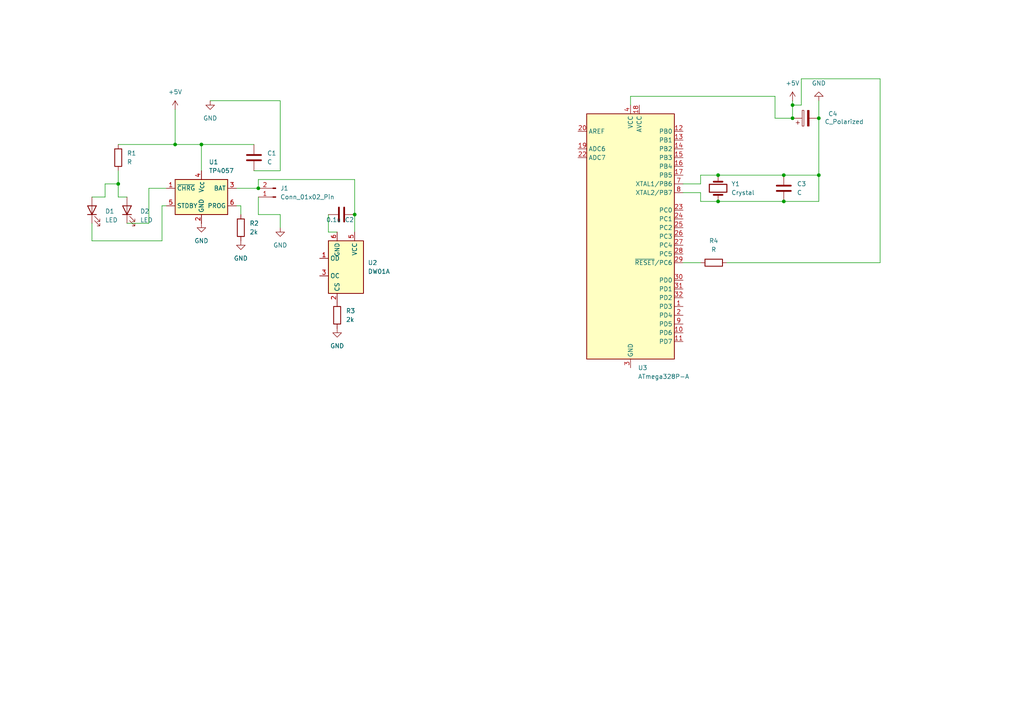
<source format=kicad_sch>
(kicad_sch (version 20241004) (generator "eeschema") (generator_version "8.99")
  (paper "A4")
  (lib_symbols
    (symbol "Battery_Management:DW01A"
      (property "Reference" "U" (at -6.604 6.35 0))
      (property "Value" "DW01A" (at 4.318 6.604 0))
      (symbol "DW01A_0_1"
        (pin power_in line (at -10.16 2.54 0) (length 2.54) (name "VCC") (number "5"))
        (pin power_in line (at -10.16 -2.54 0) (length 2.54) (name "GND") (number "6"))
        (pin output line (at -2.54 -7.62 90) (length 2.54) (name "OD") (number "1"))
        (pin output line (at 2.54 -7.62 90) (length 2.54) (name "OC") (number "3"))
        (pin input line (at 10.16 -2.54 180) (length 2.54) (name "CS") (number "2"))
      )
      (symbol "DW01A_1_1"
        (rectangle (start -7.62 5.08) (end 7.62 -5.08) (stroke (width 0.254)) (fill (type background)))
        (pin no_connect line (at 10.16 2.54 180) (length 2.54) (hide yes) (name "TD") (number "4"))
      )
    )
    (symbol "Battery_Management:TP4057"
      (property "Reference" "U" (at -6.35 6.604 0))
      (property "Value" "TP4057" (at 1.524 6.604 0))
      (symbol "TP4057_0_1"
        (rectangle (start -7.62 5.08) (end 7.62 -5.08) (stroke (width 0.254)) (fill (type background)))
      )
      (symbol "TP4057_1_1"
        (pin open_collector line (at -10.16 2.54 0) (length 2.54) (name "~{CHRG}") (number "1"))
        (pin open_collector line (at -10.16 -2.54 0) (length 2.54) (name "STDBY") (number "5"))
        (pin power_in line (at 0 7.62 270) (length 2.54) (name "V_{CC}") (number "4"))
        (pin power_in line (at 0 -7.62 90) (length 2.54) (name "GND") (number "2"))
        (pin power_out line (at 10.16 2.54 180) (length 2.54) (name "BAT") (number "3"))
        (pin passive line (at 10.16 -2.54 180) (length 2.54) (name "PROG") (number "6"))
      )
    )
    (symbol "Connector:Conn_01x02_Pin" (pin_names (offset 1.016) (hide yes))
      (property "Reference" "J" (at 0 2.54 0))
      (property "Value" "Conn_01x02_Pin" (at 0 -5.08 0))
      (symbol "Conn_01x02_Pin_1_1"
        (rectangle (start 0.8636 0.127) (end 0 -0.127) (stroke (width 0.1524)) (fill (type outline)))
        (rectangle (start 0.8636 -2.413) (end 0 -2.667) (stroke (width 0.1524)) (fill (type outline)))
        (polyline (pts (xy 1.27 0) (xy 0.8636 0)) (stroke (width 0.1524)))
        (polyline (pts (xy 1.27 -2.54) (xy 0.8636 -2.54)) (stroke (width 0.1524)))
        (pin passive line (at 5.08 0 180) (length 3.81) (name "Pin_1") (number "1"))
        (pin passive line (at 5.08 -2.54 180) (length 3.81) (name "Pin_2") (number "2"))
      )
    )
    (symbol "Device:C" (pin_numbers (hide yes)) (pin_names (offset 0.254))
      (property "Reference" "C" (at 0.635 2.54 0))
      (property "Value" "C" (at 0.635 -2.54 0))
      (symbol "C_0_1"
        (polyline (pts (xy -2.032 0.762) (xy 2.032 0.762)) (stroke (width 0.508)))
        (polyline (pts (xy -2.032 -0.762) (xy 2.032 -0.762)) (stroke (width 0.508)))
      )
      (symbol "C_1_1"
        (pin passive line (at 0 3.81 270) (length 2.794) (name "~") (number "1"))
        (pin passive line (at 0 -3.81 90) (length 2.794) (name "~") (number "2"))
      )
    )
    (symbol "Device:C_Polarized" (pin_numbers (hide yes)) (pin_names (offset 0.254))
      (property "Reference" "C" (at 0.635 2.54 0))
      (property "Value" "C_Polarized" (at 0.635 -2.54 0))
      (symbol "C_Polarized_0_1"
        (rectangle (start -2.286 0.508) (end 2.286 1.016))
        (polyline (pts (xy -1.778 2.286) (xy -0.762 2.286)))
        (polyline (pts (xy -1.27 2.794) (xy -1.27 1.778)))
        (rectangle (start 2.286 -0.508) (end -2.286 -1.016) (fill (type outline)))
      )
      (symbol "C_Polarized_1_1"
        (pin passive line (at 0 3.81 270) (length 2.794) (name "~") (number "1"))
        (pin passive line (at 0 -3.81 90) (length 2.794) (name "~") (number "2"))
      )
    )
    (symbol "Device:Crystal" (pin_numbers (hide yes)) (pin_names (offset 1.016) (hide yes))
      (property "Reference" "Y" (at 0 3.81 0))
      (property "Value" "Crystal" (at 0 -3.81 0))
      (symbol "Crystal_0_1"
        (polyline (pts (xy -2.54 0) (xy -1.905 0)))
        (polyline (pts (xy -1.905 -1.27) (xy -1.905 1.27)) (stroke (width 0.508)))
        (rectangle (start -1.143 2.54) (end 1.143 -2.54) (stroke (width 0.3048)))
        (polyline (pts (xy 1.905 -1.27) (xy 1.905 1.27)) (stroke (width 0.508)))
        (polyline (pts (xy 2.54 0) (xy 1.905 0)))
      )
      (symbol "Crystal_1_1"
        (pin passive line (at -3.81 0 0) (length 1.27) (name "1") (number "1"))
        (pin passive line (at 3.81 0 180) (length 1.27) (name "2") (number "2"))
      )
    )
    (symbol "Device:LED" (pin_numbers (hide yes)) (pin_names (offset 1.016) (hide yes))
      (property "Reference" "D" (at 0 2.54 0))
      (property "Value" "LED" (at 0 -2.54 0))
      (symbol "LED_0_1"
        (polyline (pts (xy -3.048 -0.762) (xy -4.572 -2.286) (xy -3.81 -2.286) (xy -4.572 -2.286) (xy -4.572 -1.524)))
        (polyline (pts (xy -1.778 -0.762) (xy -3.302 -2.286) (xy -2.54 -2.286) (xy -3.302 -2.286) (xy -3.302 -1.524)))
        (polyline (pts (xy -1.27 0) (xy 1.27 0)))
        (polyline (pts (xy -1.27 -1.27) (xy -1.27 1.27)) (stroke (width 0.254)))
        (polyline (pts (xy 1.27 -1.27) (xy 1.27 1.27) (xy -1.27 0) (xy 1.27 -1.27)) (stroke (width 0.254)))
      )
      (symbol "LED_1_1"
        (pin passive line (at -3.81 0 0) (length 2.54) (name "K") (number "1"))
        (pin passive line (at 3.81 0 180) (length 2.54) (name "A") (number "2"))
      )
    )
    (symbol "Device:R" (pin_numbers (hide yes)) (pin_names (offset 0))
      (property "Reference" "R" (at 2.032 0 90))
      (property "Value" "R" (at 0 0 90))
      (symbol "R_0_1"
        (rectangle (start -1.016 -2.54) (end 1.016 2.54) (stroke (width 0.254)))
      )
      (symbol "R_1_1"
        (pin passive line (at 0 3.81 270) (length 1.27) (name "~") (number "1"))
        (pin passive line (at 0 -3.81 90) (length 1.27) (name "~") (number "2"))
      )
    )
    (symbol "MCU_Microchip_ATmega:ATmega328P-A"
      (property "Reference" "U" (at -12.7 36.83 0))
      (property "Value" "ATmega328P-A" (at 2.54 -36.83 0))
      (symbol "ATmega328P-A_0_1"
        (rectangle (start -12.7 -35.56) (end 12.7 35.56) (stroke (width 0.254)) (fill (type background)))
      )
      (symbol "ATmega328P-A_1_1"
        (pin passive line (at -15.24 30.48 0) (length 2.54) (name "AREF") (number "20"))
        (pin input line (at -15.24 25.4 0) (length 2.54) (name "ADC6") (number "19"))
        (pin input line (at -15.24 22.86 0) (length 2.54) (name "ADC7") (number "22"))
        (pin power_in line (at 0 38.1 270) (length 2.54) (name "VCC") (number "4"))
        (pin passive line (at 0 38.1 270) (length 2.54) (hide yes) (name "VCC") (number "6"))
        (pin passive line (at 0 -38.1 90) (length 2.54) (hide yes) (name "GND") (number "21"))
        (pin power_in line (at 0 -38.1 90) (length 2.54) (name "GND") (number "3"))
        (pin passive line (at 0 -38.1 90) (length 2.54) (hide yes) (name "GND") (number "5"))
        (pin power_in line (at 2.54 38.1 270) (length 2.54) (name "AVCC") (number "18"))
        (pin bidirectional line (at 15.24 30.48 180) (length 2.54) (name "PB0") (number "12"))
        (pin bidirectional line (at 15.24 27.94 180) (length 2.54) (name "PB1") (number "13"))
        (pin bidirectional line (at 15.24 25.4 180) (length 2.54) (name "PB2") (number "14"))
        (pin bidirectional line (at 15.24 22.86 180) (length 2.54) (name "PB3") (number "15"))
        (pin bidirectional line (at 15.24 20.32 180) (length 2.54) (name "PB4") (number "16"))
        (pin bidirectional line (at 15.24 17.78 180) (length 2.54) (name "PB5") (number "17"))
        (pin bidirectional line (at 15.24 15.24 180) (length 2.54) (name "XTAL1/PB6") (number "7"))
        (pin bidirectional line (at 15.24 12.7 180) (length 2.54) (name "XTAL2/PB7") (number "8"))
        (pin bidirectional line (at 15.24 7.62 180) (length 2.54) (name "PC0") (number "23"))
        (pin bidirectional line (at 15.24 5.08 180) (length 2.54) (name "PC1") (number "24"))
        (pin bidirectional line (at 15.24 2.54 180) (length 2.54) (name "PC2") (number "25"))
        (pin bidirectional line (at 15.24 0 180) (length 2.54) (name "PC3") (number "26"))
        (pin bidirectional line (at 15.24 -2.54 180) (length 2.54) (name "PC4") (number "27"))
        (pin bidirectional line (at 15.24 -5.08 180) (length 2.54) (name "PC5") (number "28"))
        (pin bidirectional line (at 15.24 -7.62 180) (length 2.54) (name "~{RESET}/PC6") (number "29"))
        (pin bidirectional line (at 15.24 -12.7 180) (length 2.54) (name "PD0") (number "30"))
        (pin bidirectional line (at 15.24 -15.24 180) (length 2.54) (name "PD1") (number "31"))
        (pin bidirectional line (at 15.24 -17.78 180) (length 2.54) (name "PD2") (number "32"))
        (pin bidirectional line (at 15.24 -20.32 180) (length 2.54) (name "PD3") (number "1"))
        (pin bidirectional line (at 15.24 -22.86 180) (length 2.54) (name "PD4") (number "2"))
        (pin bidirectional line (at 15.24 -25.4 180) (length 2.54) (name "PD5") (number "9"))
        (pin bidirectional line (at 15.24 -27.94 180) (length 2.54) (name "PD6") (number "10"))
        (pin bidirectional line (at 15.24 -30.48 180) (length 2.54) (name "PD7") (number "11"))
      )
    )
    (symbol "power:+5V" (power) (pin_numbers (hide yes)) (pin_names (offset 0) (hide yes))
      (property "Value" "+5V" (at 0 3.556 0))
      (symbol "+5V_0_1"
        (polyline (pts (xy -0.762 1.27) (xy 0 2.54)))
        (polyline (pts (xy 0 2.54) (xy 0.762 1.27)))
        (polyline (pts (xy 0 0) (xy 0 2.54)))
      )
      (symbol "+5V_1_1"
        (pin power_in line (at 0 0 90) (length 0) (name "~") (number "1"))
      )
    )
    (symbol "power:GND" (power) (pin_numbers (hide yes)) (pin_names (offset 0) (hide yes))
      (property "Value" "GND" (at 0 -3.81 0))
      (symbol "GND_0_1"
        (polyline (pts (xy 0 0) (xy 0 -1.27) (xy 1.27 -1.27) (xy 0 -2.54) (xy -1.27 -1.27) (xy 0 -1.27)))
      )
      (symbol "GND_1_1"
        (pin power_in line (at 0 0 270) (length 0) (name "~") (number "1"))
      )
    )
  )
  (junction (at 102.87 62.23))
  (junction (at 227.33 50.8))
  (junction (at 237.49 34.29))
  (junction (at 208.28 50.8))
  (junction (at 34.29 53.34))
  (junction (at 74.93 54.61))
  (junction (at 208.28 58.42))
  (junction (at 227.33 58.42))
  (junction (at 58.42 41.91))
  (junction (at 229.87 30.48))
  (junction (at 229.87 34.29))
  (junction (at 237.49 50.8))
  (junction (at 50.8 41.91))
  (wire (pts (xy 229.87 29.21) (xy 229.87 30.48)))
  (wire (pts (xy 182.88 27.94) (xy 182.88 30.48)))
  (wire (pts (xy 232.41 30.48) (xy 232.41 22.86)))
  (wire (pts (xy 198.12 53.34) (xy 203.2 53.34)))
  (wire (pts (xy 43.18 54.61) (xy 48.26 54.61)))
  (wire (pts (xy 203.2 53.34) (xy 203.2 50.8)))
  (wire (pts (xy 34.29 49.53) (xy 34.29 53.34)))
  (wire (pts (xy 30.48 57.15) (xy 30.48 53.34)))
  (wire (pts (xy 203.2 50.8) (xy 208.28 50.8)))
  (wire (pts (xy 34.29 57.15) (xy 36.83 57.15)))
  (wire (pts (xy 102.87 62.23) (xy 102.87 67.31)))
  (wire (pts (xy 255.27 76.2) (xy 210.82 76.2)))
  (wire (pts (xy 68.58 54.61) (xy 74.93 54.61)))
  (wire (pts (xy 237.49 34.29) (xy 237.49 50.8)))
  (wire (pts (xy 73.66 49.53) (xy 81.28 49.53)))
  (wire (pts (xy 69.85 59.69) (xy 69.85 62.23)))
  (wire (pts (xy 50.8 41.91) (xy 58.42 41.91)))
  (wire (pts (xy 74.93 52.07) (xy 74.93 54.61)))
  (wire (pts (xy 229.87 34.29) (xy 224.79 34.29)))
  (wire (pts (xy 232.41 22.86) (xy 255.27 22.86)))
  (wire (pts (xy 81.28 62.23) (xy 81.28 66.04)))
  (wire (pts (xy 74.93 62.23) (xy 81.28 62.23)))
  (wire (pts (xy 58.42 41.91) (xy 58.42 49.53)))
  (wire (pts (xy 229.87 30.48) (xy 232.41 30.48)))
  (wire (pts (xy 198.12 55.88) (xy 203.2 55.88)))
  (wire (pts (xy 255.27 22.86) (xy 255.27 76.2)))
  (wire (pts (xy 74.93 57.15) (xy 74.93 62.23)))
  (wire (pts (xy 208.28 58.42) (xy 227.33 58.42)))
  (wire (pts (xy 237.49 58.42) (xy 237.49 50.8)))
  (wire (pts (xy 36.83 64.77) (xy 43.18 64.77)))
  (wire (pts (xy 26.67 64.77) (xy 26.67 69.85)))
  (wire (pts (xy 30.48 53.34) (xy 34.29 53.34)))
  (wire (pts (xy 46.99 69.85) (xy 46.99 59.69)))
  (wire (pts (xy 26.67 57.15) (xy 30.48 57.15)))
  (wire (pts (xy 50.8 31.75) (xy 50.8 41.91)))
  (wire (pts (xy 198.12 76.2) (xy 203.2 76.2)))
  (wire (pts (xy 68.58 59.69) (xy 69.85 59.69)))
  (wire (pts (xy 58.42 41.91) (xy 73.66 41.91)))
  (wire (pts (xy 46.99 59.69) (xy 48.26 59.69)))
  (wire (pts (xy 26.67 69.85) (xy 46.99 69.85)))
  (wire (pts (xy 34.29 41.91) (xy 50.8 41.91)))
  (wire (pts (xy 95.25 67.31) (xy 97.79 67.31)))
  (wire (pts (xy 203.2 55.88) (xy 203.2 58.42)))
  (wire (pts (xy 81.28 49.53) (xy 81.28 29.21)))
  (wire (pts (xy 229.87 30.48) (xy 229.87 34.29)))
  (wire (pts (xy 237.49 29.21) (xy 237.49 34.29)))
  (wire (pts (xy 224.79 27.94) (xy 182.88 27.94)))
  (wire (pts (xy 34.29 53.34) (xy 34.29 57.15)))
  (wire (pts (xy 102.87 52.07) (xy 102.87 62.23)))
  (wire (pts (xy 81.28 29.21) (xy 60.96 29.21)))
  (wire (pts (xy 237.49 50.8) (xy 227.33 50.8)))
  (wire (pts (xy 227.33 58.42) (xy 237.49 58.42)))
  (wire (pts (xy 224.79 34.29) (xy 224.79 27.94)))
  (wire (pts (xy 43.18 64.77) (xy 43.18 54.61)))
  (wire (pts (xy 203.2 58.42) (xy 208.28 58.42)))
  (wire (pts (xy 95.25 62.23) (xy 95.25 67.31)))
  (wire (pts (xy 102.87 52.07) (xy 74.93 52.07)))
  (wire (pts (xy 208.28 50.8) (xy 227.33 50.8)))
  (symbol (lib_id "power:GND") (at 237.49 29.21 180) (unit 1)
    (property "Reference" "#PWR08" (effects (hide yes)))
    (property "Value" "GND" (at 237.49 24.13 0))
    (property "Description" "Power symbol creates a global label with name \"GND\" , ground" (effects (hide yes)))
  )
  (symbol (lib_id "Device:C") (at 227.33 54.61 0) (unit 1)
    (property "Reference" "C3" (at 231.14 53.3399 0) (effects (justify left)))
    (property "Value" "C" (at 231.14 55.8799 0) (effects (justify left)))
    (property "Description" "Unpolarized capacitor" (effects (hide yes)))
  )
  (symbol (lib_id "Device:R") (at 34.29 45.72 0) (unit 1)
    (property "Reference" "R1" (at 36.83 44.4499 0) (effects (justify left)))
    (property "Value" "R" (at 36.83 46.9899 0) (effects (justify left)))
    (property "Description" "Resistor" (effects (hide yes)))
  )
  (symbol (lib_id "Battery_Management:TP4057") (at 58.42 57.15 0) (unit 1)
    (property "Reference" "U1" (at 60.5633 46.99 0) (effects (justify left)))
    (property "Value" "TP4057" (at 60.5633 49.53 0) (effects (justify left)))
    (property "Footprint" "Package_TO_SOT_SMD:TSOT-23-6" (effects (hide yes)))
    (property "Datasheet" "http://toppwr.com/uploadfile/file/20230304/640302a47b738.pdf" (effects (hide yes)))
    (property "Description" "Constant-current/constant-voltage linear charger for single cell lithium-ion batteries with 2.9V Trickle Charge, 4.5V to 6.5V VDD, -40 to +85 degree Celsius, TSOT-23-6" (effects (hide yes)))
  )
  (symbol (lib_id "power:GND") (at 81.28 66.04 0) (unit 1)
    (property "Reference" "#PWR05" (effects (hide yes)))
    (property "Value" "GND" (at 81.28 71.12 0))
    (property "Description" "Power symbol creates a global label with name \"GND\" , ground" (effects (hide yes)))
  )
  (symbol (lib_id "power:+5V") (at 50.8 31.75 0) (unit 1)
    (property "Reference" "#PWR01" (effects (hide yes)))
    (property "Value" "+5V" (at 50.8 26.67 0))
    (property "Description" "Power symbol creates a global label with name \"+5V\"" (effects (hide yes)))
  )
  (symbol (lib_id "Device:C_Polarized") (at 233.68 34.29 90) (unit 1)
    (property "Reference" "C4" (at 241.554 33.02 90))
    (property "Value" "C_Polarized" (at 244.856 35.306 90))
    (property "Description" "Polarized capacitor" (effects (hide yes)))
  )
  (symbol (lib_id "Device:R") (at 69.85 66.04 0) (unit 1)
    (property "Reference" "R2" (at 72.39 64.7699 0) (effects (justify left)))
    (property "Value" "2k" (at 72.39 67.3099 0) (effects (justify left)))
    (property "Description" "Resistor" (effects (hide yes)))
  )
  (symbol (lib_id "power:GND") (at 69.85 69.85 0) (unit 1)
    (property "Reference" "#PWR04" (effects (hide yes)))
    (property "Value" "GND" (at 69.85 74.93 0))
    (property "Description" "Power symbol creates a global label with name \"GND\" , ground" (effects (hide yes)))
  )
  (symbol (lib_id "Device:C") (at 73.66 45.72 0) (unit 1)
    (property "Reference" "C1" (at 77.47 44.4499 0) (effects (justify left)))
    (property "Value" "C" (at 77.47 46.9899 0) (effects (justify left)))
    (property "Description" "Unpolarized capacitor" (effects (hide yes)))
  )
  (symbol (lib_id "MCU_Microchip_ATmega:ATmega328P-A") (at 182.88 68.58 0) (unit 1)
    (property "Reference" "U3" (at 185.0233 106.68 0) (effects (justify left)))
    (property "Value" "ATmega328P-A" (at 185.0233 109.22 0) (effects (justify left)))
    (property "Footprint" "Package_QFP:TQFP-32_7x7mm_P0.8mm" (effects (hide yes)))
    (property "Datasheet" "http://ww1.microchip.com/downloads/en/DeviceDoc/ATmega328_P%20AVR%20MCU%20with%20picoPower%20Technology%20Data%20Sheet%2040001984A.pdf" (effects (hide yes)))
    (property "Description" "20MHz, 32kB Flash, 2kB SRAM, 1kB EEPROM, TQFP-32" (effects (hide yes)))
  )
  (symbol (lib_id "Connector:Conn_01x02_Pin") (at 80.01 57.15 180) (unit 1)
    (property "Reference" "J1" (at 81.28 54.6099 0) (effects (justify right)))
    (property "Value" "Conn_01x02_Pin" (at 81.28 57.1499 0) (effects (justify right)))
    (property "Description" "Generic connector, single row, 01x02, script generated" (effects (hide yes)))
  )
  (symbol (lib_id "power:GND") (at 58.42 64.77 0) (unit 1)
    (property "Reference" "#PWR02" (effects (hide yes)))
    (property "Value" "GND" (at 58.42 69.85 0))
    (property "Description" "Power symbol creates a global label with name \"GND\" , ground" (effects (hide yes)))
  )
  (symbol (lib_id "Device:LED") (at 26.67 60.96 90) (unit 1)
    (property "Reference" "D1" (at 30.48 61.2774 90) (effects (justify right)))
    (property "Value" "LED" (at 30.48 63.8174 90) (effects (justify right)))
    (property "Description" "Light emitting diode" (effects (hide yes)))
  )
  (symbol (lib_id "Battery_Management:DW01A") (at 100.33 77.47 270) (unit 1)
    (property "Reference" "U2" (at 106.68 76.1999 90) (effects (justify left)))
    (property "Value" "DW01A" (at 106.68 78.7399 90) (effects (justify left)))
    (property "Footprint" "Package_TO_SOT_SMD:SOT-23-6" (effects (hide yes)))
    (property "Datasheet" "https://hmsemi.com/downfile/DW01A.PDF" (effects (hide yes)))
    (property "Description" "Overcharge, overcurrent and overdischarge protection IC for single cell lithium-ion/polymer battery" (effects (hide yes)))
  )
  (symbol (lib_id "power:GND") (at 97.79 95.25 0) (unit 1)
    (property "Reference" "#PWR06" (effects (hide yes)))
    (property "Value" "GND" (at 97.79 100.33 0))
    (property "Description" "Power symbol creates a global label with name \"GND\" , ground" (effects (hide yes)))
  )
  (symbol (lib_id "Device:R") (at 97.79 91.44 0) (unit 1)
    (property "Reference" "R3" (at 100.33 90.1699 0) (effects (justify left)))
    (property "Value" "2k" (at 100.33 92.7099 0) (effects (justify left)))
    (property "Description" "Resistor" (effects (hide yes)))
  )
  (symbol (lib_id "power:GND") (at 60.96 29.21 0) (unit 1)
    (property "Reference" "#PWR03" (effects (hide yes)))
    (property "Value" "GND" (at 60.96 34.29 0))
    (property "Description" "Power symbol creates a global label with name \"GND\" , ground" (effects (hide yes)))
  )
  (symbol (lib_id "Device:LED") (at 36.83 60.96 90) (unit 1)
    (property "Reference" "D2" (at 40.64 61.2774 90) (effects (justify right)))
    (property "Value" "LED" (at 40.64 63.8174 90) (effects (justify right)))
    (property "Description" "Light emitting diode" (effects (hide yes)))
  )
  (symbol (lib_id "power:+5V") (at 229.87 29.21 0) (unit 1)
    (property "Reference" "#PWR07" (effects (hide yes)))
    (property "Value" "+5V" (at 229.87 24.13 0))
    (property "Description" "Power symbol creates a global label with name \"+5V\"" (effects (hide yes)))
  )
  (symbol (lib_id "Device:R") (at 207.01 76.2 90) (unit 1)
    (property "Reference" "R4" (at 207.01 69.85 90))
    (property "Value" "R" (at 207.01 72.39 90))
    (property "Description" "Resistor" (effects (hide yes)))
  )
  (symbol (lib_id "Device:C") (at 99.06 62.23 90) (unit 1)
    (property "Reference" "C2" (at 101.346 63.754 90))
    (property "Value" "0.1u" (at 96.774 63.754 90))
    (property "Description" "Unpolarized capacitor" (effects (hide yes)))
  )
  (symbol (lib_id "Device:Crystal") (at 208.28 54.61 90) (unit 1)
    (property "Reference" "Y1" (at 212.09 53.3399 90) (effects (justify right)))
    (property "Value" "Crystal" (at 212.09 55.8799 90) (effects (justify right)))
    (property "Description" "Two pin crystal" (effects (hide yes)))
  )
)
</source>
